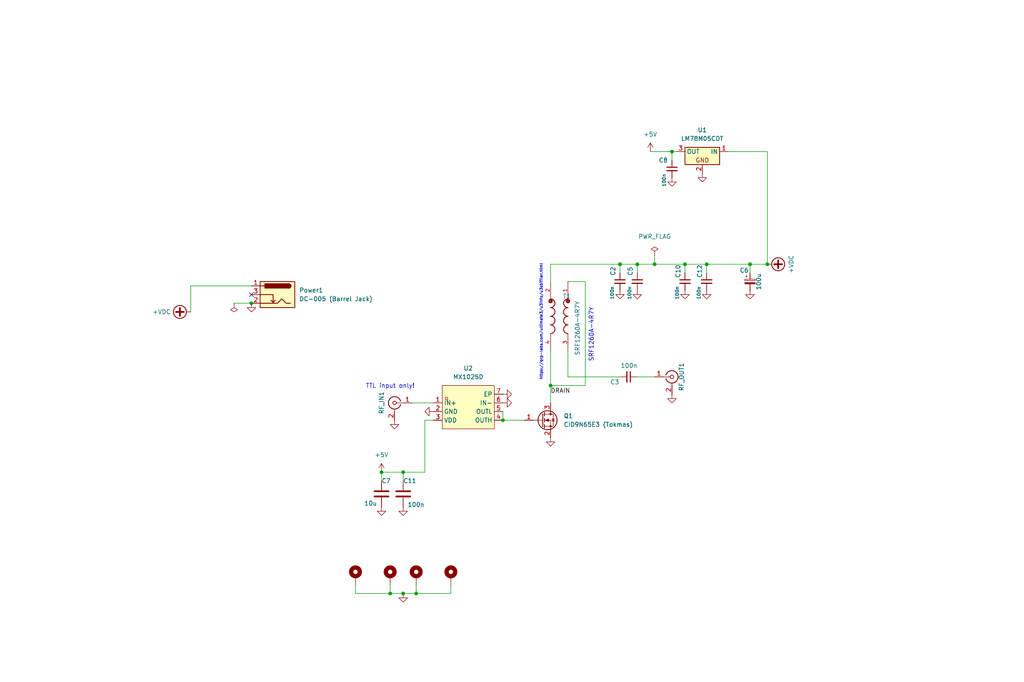
<source format=kicad_sch>
(kicad_sch (version 20250114) (generator "eeschema") (generator_version "9.0")
  (paper "User" 299.999 200)
  (title_block (title "GSD Single-Ended Hack Amp (SMD)") (date "2025-05-15") (rev "v4.01") (company "Author: Dhiru Kholia (VU3CER), Rafał Rozestwiński, Brad (K1TE)"))
  (lib_symbols
    (symbol "Conn_Coaxial_1" (pin_names (offset 1.016) (hide yes))
      (property "Reference" "J" (at 0.254 3.048 0))
      (property "Value" "Conn_Coaxial" (at 2.921 0 90))
      (symbol "Conn_Coaxial_1_0_1"
        (polyline (pts (xy -2.54 0) (xy -0.508 0)))
        (arc (start 1.778 0) (mid 0.222 -1.8079) (end -1.778 -0.508) (stroke (width 0.254)))
        (arc (start -1.778 0.508) (mid 0.2221 1.8084) (end 1.778 0) (stroke (width 0.254)))
        (circle (center 0 0) (radius 0.508) (stroke (width 0.2032)))
        (polyline (pts (xy 0 -2.54) (xy 0 -1.778)))
      )
      (symbol "Conn_Coaxial_1_1_1"
        (pin passive line (at -5.08 0 0) (length 2.54) (name "In") (number "1"))
        (pin passive line (at 0 -5.08 90) (length 2.54) (name "Ext") (number "2"))
      )
    )
    (symbol "Connector:Barrel_Jack_Switch" (pin_names (hide yes))
      (property "Reference" "J" (at 0 5.334 0))
      (property "Value" "Barrel_Jack_Switch" (at 0 -5.08 0))
      (symbol "Barrel_Jack_Switch_0_1"
        (rectangle (start -5.08 3.81) (end 5.08 -3.81) (stroke (width 0.254)) (fill (type background)))
        (polyline (pts (xy -3.81 -2.54) (xy -2.54 -2.54) (xy -1.27 -1.27) (xy 0 -2.54) (xy 2.54 -2.54) (xy 5.08 -2.54)) (stroke (width 0.254)))
        (arc (start -3.302 1.905) (mid -3.9343 2.54) (end -3.302 3.175) (stroke (width 0.254)))
        (arc (start -3.302 1.905) (mid -3.9343 2.54) (end -3.302 3.175) (stroke (width 0.254)) (fill (type outline)))
        (polyline (pts (xy 1.27 -2.286) (xy 1.905 -1.651)) (stroke (width 0.254)))
        (rectangle (start 3.683 3.175) (end -3.302 1.905) (stroke (width 0.254)) (fill (type outline)))
        (polyline (pts (xy 5.08 2.54) (xy 3.81 2.54)) (stroke (width 0.254)))
        (polyline (pts (xy 5.08 0) (xy 1.27 0) (xy 1.27 -2.286) (xy 0.635 -1.651)) (stroke (width 0.254)))
      )
      (symbol "Barrel_Jack_Switch_1_1"
        (pin passive line (at 7.62 2.54 180) (length 2.54) (name "~") (number "1"))
        (pin passive line (at 7.62 0 180) (length 2.54) (name "~") (number "3"))
        (pin passive line (at 7.62 -2.54 180) (length 2.54) (name "~") (number "2"))
      )
    )
    (symbol "Connector:Conn_Coaxial" (pin_names (offset 1.016) (hide yes))
      (property "Reference" "J" (at 0.254 3.048 0))
      (property "Value" "Conn_Coaxial" (at 2.921 0 90))
      (symbol "Conn_Coaxial_0_1"
        (polyline (pts (xy -2.54 0) (xy -0.508 0)))
        (arc (start 1.778 0) (mid 0.222 -1.8079) (end -1.778 -0.508) (stroke (width 0.254)))
        (arc (start -1.778 0.508) (mid 0.2221 1.8084) (end 1.778 0) (stroke (width 0.254)))
        (circle (center 0 0) (radius 0.508) (stroke (width 0.2032)))
        (polyline (pts (xy 0 -2.54) (xy 0 -1.778)))
      )
      (symbol "Conn_Coaxial_1_1"
        (pin passive line (at -5.08 0 0) (length 2.54) (name "In") (number "1"))
        (pin passive line (at 0 -5.08 90) (length 2.54) (name "Ext") (number "2"))
      )
    )
    (symbol "Device:C" (pin_numbers (hide yes)) (pin_names (offset 0.254))
      (property "Reference" "C" (at 0.635 2.54 0))
      (property "Value" "C" (at 0.635 -2.54 0))
      (symbol "C_0_1"
        (polyline (pts (xy -2.032 0.762) (xy 2.032 0.762)) (stroke (width 0.508)))
        (polyline (pts (xy -2.032 -0.762) (xy 2.032 -0.762)) (stroke (width 0.508)))
      )
      (symbol "C_1_1"
        (pin passive line (at 0 3.81 270) (length 2.794) (name "~") (number "1"))
        (pin passive line (at 0 -3.81 90) (length 2.794) (name "~") (number "2"))
      )
    )
    (symbol "Device:C_Polarized_Small" (pin_numbers (hide yes)) (pin_names (offset 0.254) (hide yes))
      (property "Reference" "C" (at 0.254 1.778 0))
      (property "Value" "C_Polarized_Small" (at 0.254 -2.032 0))
      (symbol "C_Polarized_Small_0_1"
        (rectangle (start -1.524 0.6858) (end 1.524 0.3048))
        (rectangle (start -1.524 -0.3048) (end 1.524 -0.6858) (fill (type outline)))
        (polyline (pts (xy -1.27 1.524) (xy -0.762 1.524)))
        (polyline (pts (xy -1.016 1.27) (xy -1.016 1.778)))
      )
      (symbol "C_Polarized_Small_1_1"
        (pin passive line (at 0 2.54 270) (length 1.8542) (name "~") (number "1"))
        (pin passive line (at 0 -2.54 90) (length 1.8542) (name "~") (number "2"))
      )
    )
    (symbol "Device:C_Small" (pin_numbers (hide yes)) (pin_names (offset 0.254) (hide yes))
      (property "Reference" "C" (at 0.254 1.778 0))
      (property "Value" "C_Small" (at 0.254 -2.032 0))
      (symbol "C_Small_0_1"
        (polyline (pts (xy -1.524 0.508) (xy 1.524 0.508)) (stroke (width 0.3048)))
        (polyline (pts (xy -1.524 -0.508) (xy 1.524 -0.508)) (stroke (width 0.3302)))
      )
      (symbol "C_Small_1_1"
        (pin passive line (at 0 2.54 270) (length 2.032) (name "~") (number "1"))
        (pin passive line (at 0 -2.54 90) (length 2.032) (name "~") (number "2"))
      )
    )
    (symbol "Mechanical:MountingHole_Pad" (pin_numbers (hide yes)) (pin_names (offset 1.016) (hide yes))
      (property "Reference" "H" (at 0 6.35 0))
      (property "Value" "MountingHole_Pad" (at 0 4.445 0))
      (symbol "MountingHole_Pad_0_1"
        (circle (center 0 1.27) (radius 1.27) (stroke (width 1.27)))
      )
      (symbol "MountingHole_Pad_1_1"
        (pin input line (at 0 -2.54 90) (length 2.54) (name "1") (number "1"))
      )
    )
    (symbol "PCM_Voltage_Regulator_AKL:LM78M05CDT"
      (property "Reference" "U" (at 0 6.35 0))
      (property "Value" "LM78M05CDT" (at 0 3.81 0))
      (symbol "LM78M05CDT_0_0"
        (rectangle (start -5.08 1.27) (end 5.08 -3.81) (stroke (width 0.254)) (fill (type background)))
        (text "GND" (at 0 -2.54 0) (effects (font (size 1.27 1.27))))
      )
      (symbol "LM78M05CDT_1_1"
        (pin power_in line (at -7.62 0 0) (length 2.54) (name "IN") (number "1"))
        (pin power_in line (at 0 -6.35 90) (length 2.54) (name "~") (number "2"))
        (pin power_out line (at 7.62 0 180) (length 2.54) (name "OUT") (number "3"))
      )
    )
    (symbol "SRF1260A-4R7Y:SRF1260A-4R7Y" (pin_names (offset 1.016))
      (property "Reference" "L" (at -7.631 5.0873 0))
      (property "Value" "SRF1260A-4R7Y" (at -7.6349 -7.6349 0))
      (symbol "SRF1260A-4R7Y_0_0"
        (circle (center -4.445 2.54) (radius 0.127) (stroke (width 0.508)))
        (circle (center -4.445 -2.54) (radius 0.127) (stroke (width 0.508)))
        (arc (start -2.54 2.54) (mid -3.81 1.2755) (end -5.08 2.54) (stroke (width 0.254)))
        (arc (start -5.08 -2.54) (mid -3.81 -1.2755) (end -2.54 -2.54) (stroke (width 0.254)))
        (arc (start 0 2.54) (mid -1.27 1.2755) (end -2.54 2.54) (stroke (width 0.254)))
        (arc (start -2.54 -2.54) (mid -1.27 -1.2755) (end 0 -2.54) (stroke (width 0.254)))
        (arc (start 2.54 2.54) (mid 1.27 1.2755) (end 0 2.54) (stroke (width 0.254)))
        (arc (start 0 -2.54) (mid 1.27 -1.2755) (end 2.54 -2.54) (stroke (width 0.254)))
        (arc (start 5.08 2.54) (mid 3.81 1.2755) (end 2.54 2.54) (stroke (width 0.254)))
        (arc (start 2.54 -2.54) (mid 3.81 -1.2755) (end 5.08 -2.54) (stroke (width 0.254)))
        (pin passive line (at -10.16 2.54 0) (length 5.08) (name "~") (number "1"))
        (pin passive line (at -10.16 -2.54 0) (length 5.08) (name "~") (number "2"))
        (pin passive line (at 10.16 2.54 180) (length 5.08) (name "~") (number "3"))
        (pin passive line (at 10.16 -2.54 180) (length 5.08) (name "~") (number "4"))
      )
    )
    (symbol "Transistor_FET:Q_NMOS_GSD" (pin_names (offset 0) (hide yes))
      (property "Reference" "Q" (at 5.08 1.905 0))
      (property "Value" "Q_NMOS_GSD" (at 5.08 0 0))
      (symbol "Q_NMOS_GSD_0_1"
        (polyline (pts (xy 0.254 1.905) (xy 0.254 -1.905)) (stroke (width 0.254)))
        (polyline (pts (xy 0.254 0) (xy -2.54 0)))
        (polyline (pts (xy 0.762 2.286) (xy 0.762 1.27)) (stroke (width 0.254)))
        (polyline (pts (xy 0.762 0.508) (xy 0.762 -0.508)) (stroke (width 0.254)))
        (polyline (pts (xy 0.762 -1.27) (xy 0.762 -2.286)) (stroke (width 0.254)))
        (polyline (pts (xy 0.762 -1.778) (xy 3.302 -1.778) (xy 3.302 1.778) (xy 0.762 1.778)))
        (polyline (pts (xy 1.016 0) (xy 2.032 0.381) (xy 2.032 -0.381) (xy 1.016 0)) (fill (type outline)))
        (circle (center 1.651 0) (radius 2.794) (stroke (width 0.254)))
        (polyline (pts (xy 2.54 2.54) (xy 2.54 1.778)))
        (circle (center 2.54 1.778) (radius 0.254) (fill (type outline)))
        (circle (center 2.54 -1.778) (radius 0.254) (fill (type outline)))
        (polyline (pts (xy 2.54 -2.54) (xy 2.54 0) (xy 0.762 0)))
        (polyline (pts (xy 2.921 0.381) (xy 3.683 0.381)))
        (polyline (pts (xy 3.302 0.381) (xy 2.921 -0.254) (xy 3.683 -0.254) (xy 3.302 0.381)))
      )
      (symbol "Q_NMOS_GSD_1_1"
        (pin input line (at -5.08 0 0) (length 2.54) (name "G") (number "1"))
        (pin passive line (at 2.54 5.08 270) (length 2.54) (name "D") (number "3"))
        (pin passive line (at 2.54 -5.08 90) (length 2.54) (name "S") (number "2"))
      )
    )
    (symbol "easyeda2kicad:MX1025D"
      (property "Reference" "U2" (at 0 11.43 0))
      (property "Value" "MX1025D" (at 0 8.89 0))
      (symbol "MX1025D_0_1"
        (rectangle (start -7.62 6.35) (end 7.62 -6.35) (fill (type background)))
        (circle (center -6.35 2.54) (radius 0.38))
      )
      (symbol "MX1025D_1_1"
        (pin input line (at -10.16 1.27 0) (length 2.54) (name "IN+") (number "1"))
        (pin power_in line (at -10.16 -1.27 0) (length 2.54) (name "GND") (number "2"))
        (pin power_in line (at -10.16 -3.81 0) (length 2.54) (name "VDD") (number "3"))
        (pin power_in line (at 10.16 3.81 180) (length 2.54) (name "EP") (number "7"))
        (pin power_in line (at 10.16 1.27 180) (length 2.54) (name "IN-") (number "6"))
        (pin bidirectional line (at 10.16 -1.27 180) (length 2.54) (name "OUTL") (number "5"))
        (pin bidirectional line (at 10.16 -3.81 180) (length 2.54) (name "OUTH") (number "4"))
      )
    )
    (symbol "power:+5V" (power) (pin_numbers (hide yes)) (pin_names (offset 0) (hide yes))
      (property "Value" "+5V" (at 0 3.556 0))
      (symbol "+5V_0_1"
        (polyline (pts (xy -0.762 1.27) (xy 0 2.54)))
        (polyline (pts (xy 0 2.54) (xy 0.762 1.27)))
        (polyline (pts (xy 0 0) (xy 0 2.54)))
      )
      (symbol "+5V_1_1"
        (pin power_in line (at 0 0 90) (length 0) (name "~") (number "1"))
      )
    )
    (symbol "power:+VDC" (power) (pin_numbers (hide yes)) (pin_names (offset 0) (hide yes))
      (property "Value" "+VDC" (at 0 6.35 0))
      (symbol "+VDC_0_1"
        (polyline (pts (xy -1.143 3.175) (xy 1.143 3.175)) (stroke (width 0.508)))
        (circle (center 0 3.175) (radius 1.905) (stroke (width 0.254)))
        (polyline (pts (xy 0 2.032) (xy 0 4.318)) (stroke (width 0.508)))
        (polyline (pts (xy 0 0) (xy 0 1.27)))
      )
      (symbol "+VDC_1_1"
        (pin power_in line (at 0 0 90) (length 0) (name "~") (number "1"))
      )
    )
    (symbol "power:GND" (power) (pin_numbers (hide yes)) (pin_names (offset 0) (hide yes))
      (property "Value" "GND" (at 0 -3.81 0))
      (symbol "GND_0_1"
        (polyline (pts (xy 0 0) (xy 0 -1.27) (xy 1.27 -1.27) (xy 0 -2.54) (xy -1.27 -1.27) (xy 0 -1.27)))
      )
      (symbol "GND_1_1"
        (pin power_in line (at 0 0 270) (length 0) (name "~") (number "1"))
      )
    )
    (symbol "power:PWR_FLAG" (power) (pin_numbers (hide yes)) (pin_names (offset 0) (hide yes))
      (property "Value" "PWR_FLAG" (at 0 3.81 0))
      (symbol "PWR_FLAG_0_0"
        (pin power_out line (at 0 0 90) (length 0) (name "~") (number "1"))
      )
      (symbol "PWR_FLAG_0_1"
        (polyline (pts (xy 0 0) (xy 0 1.27) (xy -1.016 1.905) (xy 0 2.54) (xy 1.016 1.905) (xy 0 1.27)))
      )
    )
  )
  (text "https://qrp-labs.com/ultimate3/u3info/u3sbifilar.html" (at 159.004 111.506 90) (effects (font (size 0.8 0.8)) (justify left bottom)))
  (text "SRF1260A-4R7Y" (at 173.99 106.172 90) (effects (font (size 1.27 1.27)) (justify left bottom)))
  (text "TTL input only!" (at 114.3 113.284 0) (effects (font (size 1.27 1.27))))
  (junction (at 200.66 77.47))
  (junction (at 147.32 123.19))
  (junction (at 73.66 88.9))
  (junction (at 186.69 77.47))
  (junction (at 114.3 173.99))
  (junction (at 118.11 138.43))
  (junction (at 121.92 173.99))
  (junction (at 111.76 138.43))
  (junction (at 181.61 77.47))
  (junction (at 161.29 113.03))
  (junction (at 219.71 77.47))
  (junction (at 118.11 173.99))
  (junction (at 191.77 77.47))
  (junction (at 207.01 77.47))
  (junction (at 196.85 44.45))
  (junction (at 224.79 77.47))
  (no_connect (at 73.66 86.36))
  (wire (pts (xy 186.69 77.47) (xy 191.77 77.47)))
  (wire (pts (xy 132.08 173.99) (xy 132.08 171.45)))
  (wire (pts (xy 166.37 102.87) (xy 166.37 110.49)))
  (wire (pts (xy 181.61 77.47) (xy 186.69 77.47)))
  (wire (pts (xy 127 123.19) (xy 124.46 123.19)))
  (wire (pts (xy 55.88 83.82) (xy 55.88 91.44)))
  (wire (pts (xy 118.11 138.43) (xy 124.46 138.43)))
  (wire (pts (xy 224.79 44.45) (xy 224.79 77.47)))
  (wire (pts (xy 55.88 83.82) (xy 73.66 83.82)))
  (wire (pts (xy 147.32 123.19) (xy 153.67 123.19)))
  (wire (pts (xy 186.69 110.49) (xy 191.77 110.49)))
  (wire (pts (xy 200.66 77.47) (xy 200.66 80.01)))
  (wire (pts (xy 120.65 118.11) (xy 127 118.11)))
  (wire (pts (xy 124.46 123.19) (xy 124.46 138.43)))
  (wire (pts (xy 104.14 173.99) (xy 114.3 173.99)))
  (wire (pts (xy 219.71 77.47) (xy 219.71 80.01)))
  (wire (pts (xy 191.77 77.47) (xy 200.66 77.47)))
  (wire (pts (xy 186.69 77.47) (xy 186.69 80.01)))
  (wire (pts (xy 166.37 110.49) (xy 181.61 110.49)))
  (wire (pts (xy 114.3 171.45) (xy 114.3 173.99)))
  (wire (pts (xy 207.01 77.47) (xy 219.71 77.47)))
  (wire (pts (xy 166.37 82.55) (xy 171.45 82.55)))
  (wire (pts (xy 196.85 44.45) (xy 198.12 44.45)))
  (wire (pts (xy 161.29 102.87) (xy 161.29 113.03)))
  (wire (pts (xy 104.14 171.45) (xy 104.14 173.99)))
  (wire (pts (xy 161.29 113.03) (xy 171.45 113.03)))
  (wire (pts (xy 207.01 77.47) (xy 207.01 80.01)))
  (wire (pts (xy 161.29 113.03) (xy 161.29 118.11)))
  (wire (pts (xy 68.58 88.9) (xy 73.66 88.9)))
  (wire (pts (xy 196.85 44.45) (xy 196.85 46.99)))
  (wire (pts (xy 118.11 173.99) (xy 121.92 173.99)))
  (wire (pts (xy 121.92 173.99) (xy 132.08 173.99)))
  (wire (pts (xy 191.77 74.93) (xy 191.77 77.47)))
  (wire (pts (xy 161.29 77.47) (xy 181.61 77.47)))
  (wire (pts (xy 118.11 138.43) (xy 118.11 140.97)))
  (wire (pts (xy 111.76 138.43) (xy 111.76 140.97)))
  (wire (pts (xy 181.61 77.47) (xy 181.61 80.01)))
  (wire (pts (xy 219.71 77.47) (xy 224.79 77.47)))
  (wire (pts (xy 114.3 173.99) (xy 118.11 173.99)))
  (wire (pts (xy 111.76 138.43) (xy 118.11 138.43)))
  (wire (pts (xy 200.66 77.47) (xy 207.01 77.47)))
  (wire (pts (xy 161.29 82.55) (xy 161.29 77.47)))
  (wire (pts (xy 190.5 44.45) (xy 196.85 44.45)))
  (wire (pts (xy 147.32 120.65) (xy 147.32 123.19)))
  (wire (pts (xy 171.45 82.55) (xy 171.45 113.03)))
  (wire (pts (xy 213.36 44.45) (xy 224.79 44.45)))
  (wire (pts (xy 121.92 171.45) (xy 121.92 173.99)))
  (label "DRAIN" (at 161.29 115.57 0))
  (symbol (lib_id "power:+VDC") (at 55.88 91.44 90) (unit 1)
    (property "Reference" "#PWR0110" (effects (hide yes)))
    (property "Value" "+VDC" (at 50.0634 91.44 90) (effects (justify left)))
    (property "Description" "Power symbol creates a global label with name \"+VDC\"" (effects (hide yes)))
  )
  (symbol (lib_id "power:GND") (at 186.69 85.09 0) (unit 1)
    (property "Reference" "#PWR012" (effects (hide yes)))
    (property "Value" "GND" (effects (hide yes)))
  )
  (symbol (lib_id "power:GND") (at 115.57 123.19 0) (unit 1)
    (property "Reference" "#PWR021" (effects (hide yes)))
    (property "Value" "GND" (effects (hide yes)))
    (property "Description" "Power symbol creates a global label with name \"GND\" , ground" (effects (hide yes)))
  )
  (symbol (lib_id "power:GND") (at 181.61 85.09 0) (unit 1)
    (property "Reference" "#PWR05" (effects (hide yes)))
    (property "Value" "GND" (effects (hide yes)))
  )
  (symbol (lib_id "power:+VDC") (at 224.79 77.47 270) (unit 1)
    (property "Reference" "#PWR018" (effects (hide yes)))
    (property "Value" "+VDC" (at 231.775 77.47 0))
    (property "Description" "Power symbol creates a global label with name \"+VDC\"" (effects (hide yes)))
  )
  (symbol (lib_id "Device:C_Small") (at 181.61 82.55 0) (unit 1)
    (property "Reference" "C2" (at 179.578 79.502 90))
    (property "Value" "100n" (at 179.324 85.852 90) (effects (font (size 0.9906 0.9906))))
    (property "Footprint" "Capacitor_SMD:C_1206_3216Metric_Pad1.33x1.80mm_HandSolder" (effects (hide yes)))
    (property "LCSC Part" "C24783" (effects (hide yes)))
  )
  (symbol (lib_id "power:GND") (at 207.01 85.09 0) (unit 1)
    (property "Reference" "#PWR017" (effects (hide yes)))
    (property "Value" "GND" (effects (hide yes)))
  )
  (symbol (lib_id "power:GND") (at 196.85 52.07 0) (unit 1)
    (property "Reference" "#PWR07" (effects (hide yes)))
    (property "Value" "GND" (effects (hide yes)))
    (property "Description" "Power symbol creates a global label with name \"GND\" , ground" (effects (hide yes)))
  )
  (symbol (lib_id "Transistor_FET:Q_NMOS_GSD") (at 158.75 123.19 0) (unit 1)
    (property "Reference" "Q1" (at 165.1 121.9199 0) (effects (justify left)))
    (property "Value" "CID9N65E3 (Tokmas)" (at 165.1 124.4599 0) (effects (justify left)))
    (property "Footprint" "footprints:TO-252-2_L6.6-W6.1-P4.57-LS9.9-BR-CW" (effects (hide yes)))
    (property "Description" "N-MOSFET transistor, gate/source/drain" (effects (hide yes)))
  )
  (symbol (lib_id "power:GND") (at 196.85 115.57 0) (mirror y) (unit 1)
    (property "Reference" "#PWR04" (effects (hide yes)))
    (property "Value" "GND" (effects (hide yes)))
    (property "Description" "Power symbol creates a global label with name \"GND\" , ground" (effects (hide yes)))
  )
  (symbol (lib_id "PCM_Voltage_Regulator_AKL:LM78M05CDT") (at 205.74 44.45 0) (mirror y) (unit 1)
    (property "Reference" "U1" (at 205.74 38.1 0))
    (property "Value" "LM78M05CDT" (at 205.74 40.64 0))
    (property "Footprint" "PCM_Package_TO_SOT_SMD_AKL:TO-252-2" (effects (hide yes)))
    (property "Datasheet" "https://www.ti.com/lit/ds/symlink/lm78m.pdf?ts=1680706716091&ref_url=https%253A%252F%252Fwww.ti.com%252Fproduct%252FLM78M%253FkeyMatch%253DLM78M%2526tisearch%253Dsearch-everything%2526usecase%253DGPN" (effects (hide yes)))
    (property "Description" "TO-252 5V 0.5A 3-terminal voltage regulator, Alternate KiCad Library" (effects (hide yes)))
  )
  (symbol (lib_id "power:GND") (at 73.66 88.9 0) (unit 1)
    (property "Reference" "#PWR019" (effects (hide yes)))
    (property "Value" "GND" (effects (hide yes)))
    (property "Description" "Power symbol creates a global label with name \"GND\" , ground" (effects (hide yes)))
  )
  (symbol (lib_name "Conn_Coaxial_1") (lib_id "Connector:Conn_Coaxial") (at 196.85 110.49 0) (unit 1)
    (property "Reference" "RF_OUT1" (at 199.644 110.49 90))
    (property "Value" "SMA" (effects (hide yes)))
    (property "Footprint" "Connector_Coaxial:SMA_Samtec_SMA-J-P-H-ST-EM1_EdgeMount" (effects (hide yes)))
    (property "Description" "coaxial connector (BNC, SMA, SMB, SMC, Cinch/RCA, LEMO, ...)" (effects (hide yes)))
  )
  (symbol (lib_id "Device:C") (at 118.11 144.78 0) (unit 1)
    (property "Reference" "C11" (at 118.11 140.97 0) (effects (justify left)))
    (property "Value" "100n" (at 119.38 147.955 0) (effects (justify left)))
    (property "Footprint" "Capacitor_SMD:C_1206_3216Metric_Pad1.33x1.80mm_HandSolder" (effects (hide yes)))
    (property "LCSC Part" "C13585" (effects (hide yes)))
  )
  (symbol (lib_id "power:GND") (at 127 120.65 270) (unit 1)
    (property "Reference" "#PWR08" (effects (hide yes)))
    (property "Value" "GND" (effects (hide yes)))
    (property "Description" "Power symbol creates a global label with name \"GND\" , ground" (effects (hide yes)))
  )
  (symbol (lib_id "power:GND") (at 147.32 118.11 90) (unit 1)
    (property "Reference" "#PWR010" (effects (hide yes)))
    (property "Value" "GND" (effects (hide yes)))
    (property "Description" "Power symbol creates a global label with name \"GND\" , ground" (effects (hide yes)))
  )
  (symbol (lib_id "Connector:Conn_Coaxial") (at 115.57 118.11 0) (mirror y) (unit 1)
    (property "Reference" "RF_IN1" (at 111.76 118.11 90))
    (property "Value" "SMA" (effects (hide yes)))
    (property "Footprint" "Connector_Coaxial:SMA_Samtec_SMA-J-P-H-ST-EM1_EdgeMount" (effects (hide yes)))
    (property "Description" "coaxial connector (BNC, SMA, SMB, SMC, Cinch/RCA, LEMO, ...)" (effects (hide yes)))
  )
  (symbol (lib_id "power:GND") (at 111.76 148.59 0) (unit 1)
    (property "Reference" "#PWR020" (effects (hide yes)))
    (property "Value" "GND" (effects (hide yes)))
    (property "Description" "Power symbol creates a global label with name \"GND\" , ground" (effects (hide yes)))
  )
  (symbol (lib_id "Mechanical:MountingHole_Pad") (at 121.92 168.91 0) (unit 1)
    (property "Reference" "H3" (effects (hide yes)))
    (property "Value" "MountingHole_Pad" (effects (hide yes)))
    (property "Footprint" "MountingHole:MountingHole_3.2mm_M3_Pad_Via" (effects (hide yes)))
  )
  (symbol (lib_id "power:GND") (at 147.32 115.57 90) (unit 1)
    (property "Reference" "#PWR09" (effects (hide yes)))
    (property "Value" "GND" (effects (hide yes)))
    (property "Description" "Power symbol creates a global label with name \"GND\" , ground" (effects (hide yes)))
  )
  (symbol (lib_id "Device:C_Polarized_Small") (at 219.71 82.55 0) (unit 1)
    (property "Reference" "C6" (at 216.662 79.248 0) (effects (justify left)))
    (property "Value" "100u" (at 222.25 85.09 90) (effects (justify left)))
    (property "Footprint" "Capacitor_THT:CP_Radial_D8.0mm_P5.00mm" (effects (hide yes)))
  )
  (symbol (lib_id "Mechanical:MountingHole_Pad") (at 114.3 168.91 0) (unit 1)
    (property "Reference" "H2" (effects (hide yes)))
    (property "Value" "MountingHole_Pad" (effects (hide yes)))
    (property "Footprint" "MountingHole:MountingHole_3.2mm_M3_Pad_Via" (effects (hide yes)))
  )
  (symbol (lib_id "power:PWR_FLAG") (at 191.77 74.93 0) (unit 1)
    (property "Reference" "#FLG01" (effects (hide yes)))
    (property "Value" "PWR_FLAG" (at 191.77 69.342 0))
  )
  (symbol (lib_id "Device:C_Small") (at 184.15 110.49 270) (unit 1)
    (property "Reference" "C3" (at 180.086 112.014 90))
    (property "Value" "100n" (at 184.277 107.188 90))
    (property "Footprint" "Capacitor_SMD:C_1206_3216Metric_Pad1.33x1.80mm_HandSolder" (effects (hide yes)))
    (property "LCSC Part" "C110255" (effects (hide yes)))
  )
  (symbol (lib_id "power:GND") (at 118.11 148.59 0) (unit 1)
    (property "Reference" "#PWR022" (effects (hide yes)))
    (property "Value" "GND" (effects (hide yes)))
    (property "Description" "Power symbol creates a global label with name \"GND\" , ground" (effects (hide yes)))
  )
  (symbol (lib_id "power:GND") (at 200.66 85.09 0) (unit 1)
    (property "Reference" "#PWR014" (effects (hide yes)))
    (property "Value" "GND" (effects (hide yes)))
  )
  (symbol (lib_id "SRF1260A-4R7Y:SRF1260A-4R7Y") (at 163.83 92.71 270) (unit 1)
    (property "Reference" "T1" (at 164.846 86.868 90) (effects (justify left)))
    (property "Value" "SRF1260A-4R7Y" (at 169.164 88.138 0) (effects (justify left)))
    (property "Footprint" "footprints:IND_SRF1260A-4R7Y-Longer-Pads" (effects (hide yes)))
    (property "MF" "Bourns" (effects (hide yes)))
    (property "MOUSER-PURCHASE-URL" "https://snapeda.com/shop?store=Mouser&id=1533338" (effects (hide yes)))
    (property "DESCRIPTION" "Shielded 2 Coil Inductor Array 27.2µH Inductance - Connected in Series 6.8µH Inductance - Connected in Parallel 18.6mOhm Max DC Resistance (DCR) - Parallel 6.64A Nonstandard" (effects (hide yes)))
    (property "PACKAGE" "Nonstandard Bourns" (effects (hide yes)))
    (property "PRICE" "None" (effects (hide yes)))
    (property "MP" "SRF1260A-6R8Y" (effects (hide yes)))
    (property "AVAILABILITY" "Warning" (effects (hide yes)))
    (property "LCSC Part" "C3273481" (effects (hide yes)))
  )
  (symbol (lib_id "easyeda2kicad:MX1025D") (at 137.16 119.38 0) (unit 1)
    (property "Reference" "U2" (at 137.16 107.95 0))
    (property "Value" "MX1025D" (at 137.16 110.49 0))
    (property "Footprint" "footprints:TDFN-6_L2.0-W2.0-P0.65-BL-EP" (effects (hide yes)))
    (property "LCSC Part" "C5341121" (effects (hide yes)))
  )
  (symbol (lib_id "power:GND") (at 118.11 173.99 0) (unit 1)
    (property "Reference" "#PWR01" (effects (hide yes)))
    (property "Value" "GND" (effects (hide yes)))
    (property "Description" "Power symbol creates a global label with name \"GND\" , ground" (effects (hide yes)))
  )
  (symbol (lib_id "power:PWR_FLAG") (at 68.58 88.9 180) (unit 1)
    (property "Reference" "#FLG03" (effects (hide yes)))
    (property "Value" "PWR_FLAG" (effects (hide yes)))
    (property "Description" "Special symbol for telling ERC where power comes from" (effects (hide yes)))
  )
  (symbol (lib_id "power:+5V") (at 111.76 138.43 0) (unit 1)
    (property "Reference" "#PWR03" (effects (hide yes)))
    (property "Value" "+5V" (at 111.76 133.35 0))
    (property "Description" "Power symbol creates a global label with name \"+5V\"" (effects (hide yes)))
  )
  (symbol (lib_id "power:GND") (at 161.29 128.27 0) (unit 1)
    (property "Reference" "#PWR015" (effects (hide yes)))
    (property "Value" "GND" (effects (hide yes)))
    (property "Description" "Power symbol creates a global label with name \"GND\" , ground" (effects (hide yes)))
  )
  (symbol (lib_id "power:GND") (at 219.71 85.09 0) (unit 1)
    (property "Reference" "#PWR013" (effects (hide yes)))
    (property "Value" "GND" (effects (hide yes)))
  )
  (symbol (lib_id "Device:C") (at 111.76 144.78 0) (unit 1)
    (property "Reference" "C7" (at 111.76 140.97 0) (effects (justify left)))
    (property "Value" "10u" (at 106.68 147.574 0) (effects (justify left)))
    (property "Footprint" "Capacitor_SMD:C_1206_3216Metric_Pad1.33x1.80mm_HandSolder" (effects (hide yes)))
    (property "LCSC Part" "C110255" (effects (hide yes)))
  )
  (symbol (lib_id "Mechanical:MountingHole_Pad") (at 132.08 168.91 0) (mirror y) (unit 1)
    (property "Reference" "H4" (effects (hide yes)))
    (property "Value" "MountingHole_Pad" (effects (hide yes)))
    (property "Footprint" "MountingHole:MountingHole_3.2mm_M3_Pad_Via" (effects (hide yes)))
  )
  (symbol (lib_id "Connector:Barrel_Jack_Switch") (at 81.28 86.36 0) (mirror y) (unit 1)
    (property "Reference" "Power1" (at 87.63 85.0899 0) (effects (justify right)))
    (property "Value" "DC-005 (Barrel Jack)" (at 87.63 87.6299 0) (effects (justify right)))
    (property "Footprint" "footprints:XKB_DC-005-5A-2.0_Modded" (effects (hide yes)))
  )
  (symbol (lib_id "power:GND") (at 205.74 50.8 0) (unit 1)
    (property "Reference" "#PWR06" (effects (hide yes)))
    (property "Value" "GND" (effects (hide yes)))
    (property "Description" "Power symbol creates a global label with name \"GND\" , ground" (effects (hide yes)))
  )
  (symbol (lib_id "Device:C_Small") (at 196.85 49.53 0) (unit 1)
    (property "Reference" "C8" (at 194.31 46.99 0))
    (property "Value" "100n" (at 194.564 52.832 90) (effects (font (size 0.9906 0.9906))))
    (property "Footprint" "Capacitor_SMD:C_1206_3216Metric_Pad1.33x1.80mm_HandSolder" (effects (hide yes)))
    (property "LCSC Part" "C110255" (effects (hide yes)))
  )
  (symbol (lib_id "Device:C_Small") (at 186.69 82.55 0) (unit 1)
    (property "Reference" "C5" (at 184.658 79.502 90))
    (property "Value" "100n" (at 184.404 85.852 90) (effects (font (size 0.9906 0.9906))))
    (property "Footprint" "Capacitor_SMD:C_1206_3216Metric_Pad1.33x1.80mm_HandSolder" (effects (hide yes)))
    (property "LCSC Part" "C55077" (effects (hide yes)))
  )
  (symbol (lib_id "power:+5V") (at 190.5 44.45 0) (unit 1)
    (property "Reference" "#PWR02" (effects (hide yes)))
    (property "Value" "+5V" (at 190.5 39.37 0))
    (property "Description" "Power symbol creates a global label with name \"+5V\"" (effects (hide yes)))
  )
  (symbol (lib_id "Device:C_Small") (at 207.01 82.55 0) (unit 1)
    (property "Reference" "C12" (at 204.978 79.502 90))
    (property "Value" "100n" (at 204.724 85.852 90) (effects (font (size 0.9906 0.9906))))
    (property "Footprint" "Capacitor_SMD:C_1206_3216Metric_Pad1.33x1.80mm_HandSolder" (effects (hide yes)))
    (property "LCSC Part" "C55077" (effects (hide yes)))
  )
  (symbol (lib_id "Mechanical:MountingHole_Pad") (at 104.14 168.91 0) (unit 1)
    (property "Reference" "H1" (effects (hide yes)))
    (property "Value" "MountingHole_Pad" (effects (hide yes)))
    (property "Footprint" "MountingHole:MountingHole_3.2mm_M3_Pad_Via" (effects (hide yes)))
  )
  (symbol (lib_id "Device:C_Small") (at 200.66 82.55 0) (unit 1)
    (property "Reference" "C10" (at 198.628 79.502 90))
    (property "Value" "100n" (at 198.374 85.852 90) (effects (font (size 0.9906 0.9906))))
    (property "Footprint" "Capacitor_SMD:C_1206_3216Metric_Pad1.33x1.80mm_HandSolder" (effects (hide yes)))
    (property "LCSC Part" "C24783" (effects (hide yes)))
  )
)
</source>
